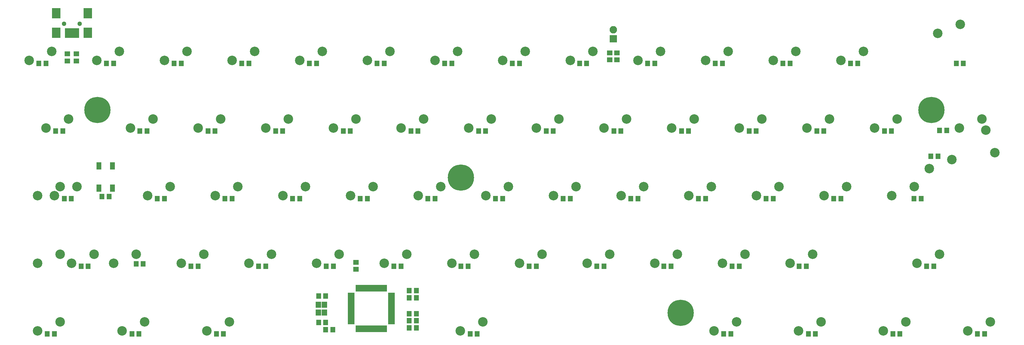
<source format=gbs>
G04 #@! TF.FileFunction,Soldermask,Bot*
%FSLAX46Y46*%
G04 Gerber Fmt 4.6, Leading zero omitted, Abs format (unit mm)*
G04 Created by KiCad (PCBNEW 4.0.5+dfsg1-4) date Mon Mar 26 17:59:26 2018*
%MOMM*%
%LPD*%
G01*
G04 APERTURE LIST*
%ADD10C,0.100000*%
%ADD11R,1.400000X1.650000*%
%ADD12C,2.686000*%
%ADD13R,0.950000X1.900000*%
%ADD14R,1.900000X0.950000*%
%ADD15R,0.900000X2.700000*%
%ADD16R,2.400000X2.900000*%
%ADD17C,1.300000*%
%ADD18R,1.400000X2.100000*%
%ADD19C,7.400000*%
%ADD20R,2.100000X2.100000*%
%ADD21O,2.100000X2.100000*%
%ADD22R,1.650000X1.400000*%
%ADD23R,1.600000X1.800000*%
G04 APERTURE END LIST*
D10*
D11*
X290321875Y-115490625D03*
X288321875Y-115490625D03*
D12*
X59372500Y-114617500D03*
X65722500Y-112077500D03*
D11*
X67675000Y-114862500D03*
X65675000Y-114862500D03*
D12*
X78422500Y-114617500D03*
X84772500Y-112077500D03*
D11*
X83153125Y-115490625D03*
X81153125Y-115490625D03*
D12*
X97472500Y-114617500D03*
X103822500Y-112077500D03*
D11*
X102203125Y-115490625D03*
X100203125Y-115490625D03*
D12*
X40322500Y-76517500D03*
X46672500Y-73977500D03*
X54610000Y-57467500D03*
X60960000Y-54927500D03*
X157003750Y-133667500D03*
X163353750Y-131127500D03*
D13*
X135906250Y-133096875D03*
X135106250Y-133096875D03*
X134306250Y-133096875D03*
X133506250Y-133096875D03*
X132706250Y-133096875D03*
X131906250Y-133096875D03*
X131106250Y-133096875D03*
X130306250Y-133096875D03*
X129506250Y-133096875D03*
X128706250Y-133096875D03*
X127906250Y-133096875D03*
D14*
X126206250Y-131396875D03*
X126206250Y-130596875D03*
X126206250Y-129796875D03*
X126206250Y-128996875D03*
X126206250Y-128196875D03*
X126206250Y-127396875D03*
X126206250Y-126596875D03*
X126206250Y-125796875D03*
X126206250Y-124996875D03*
X126206250Y-124196875D03*
X126206250Y-123396875D03*
D13*
X127906250Y-121696875D03*
X128706250Y-121696875D03*
X129506250Y-121696875D03*
X130306250Y-121696875D03*
X131106250Y-121696875D03*
X131906250Y-121696875D03*
X132706250Y-121696875D03*
X133506250Y-121696875D03*
X134306250Y-121696875D03*
X135106250Y-121696875D03*
X135906250Y-121696875D03*
D14*
X137606250Y-123396875D03*
X137606250Y-124196875D03*
X137606250Y-124996875D03*
X137606250Y-125796875D03*
X137606250Y-126596875D03*
X137606250Y-127396875D03*
X137606250Y-128196875D03*
X137606250Y-128996875D03*
X137606250Y-129796875D03*
X137606250Y-130596875D03*
X137606250Y-131396875D03*
D12*
X85566250Y-133667500D03*
X91916250Y-131127500D03*
X168910000Y-57467500D03*
X175260000Y-54927500D03*
X73660000Y-57467500D03*
X80010000Y-54927500D03*
X35560000Y-57467500D03*
X41910000Y-54927500D03*
X226060000Y-57467500D03*
X232410000Y-54927500D03*
X245110000Y-57467500D03*
X251460000Y-54927500D03*
X264160000Y-57467500D03*
X270510000Y-54927500D03*
X297815000Y-47307500D03*
X291465000Y-49847500D03*
X235585000Y-76517500D03*
X241935000Y-73977500D03*
X254635000Y-76517500D03*
X260985000Y-73977500D03*
X273685000Y-76517500D03*
X280035000Y-73977500D03*
X297497500Y-76517500D03*
X303847500Y-73977500D03*
X240347500Y-95567500D03*
X246697500Y-93027500D03*
X259397500Y-95567500D03*
X265747500Y-93027500D03*
X92710000Y-57467500D03*
X99060000Y-54927500D03*
X230822500Y-114617500D03*
X237172500Y-112077500D03*
X111760000Y-57467500D03*
X118110000Y-54927500D03*
X130810000Y-57467500D03*
X137160000Y-54927500D03*
X149860000Y-57467500D03*
X156210000Y-54927500D03*
X187960000Y-57467500D03*
X194310000Y-54927500D03*
X207010000Y-57467500D03*
X213360000Y-54927500D03*
X64135000Y-76517500D03*
X70485000Y-73977500D03*
X83185000Y-76517500D03*
X89535000Y-73977500D03*
X102235000Y-76517500D03*
X108585000Y-73977500D03*
X121285000Y-76517500D03*
X127635000Y-73977500D03*
X140335000Y-76517500D03*
X146685000Y-73977500D03*
X159385000Y-76517500D03*
X165735000Y-73977500D03*
X178435000Y-76517500D03*
X184785000Y-73977500D03*
X197485000Y-76517500D03*
X203835000Y-73977500D03*
X216535000Y-76517500D03*
X222885000Y-73977500D03*
X42703750Y-95567500D03*
X49053750Y-93027500D03*
X68897500Y-95567500D03*
X75247500Y-93027500D03*
X87947500Y-95567500D03*
X94297500Y-93027500D03*
X106997500Y-95567500D03*
X113347500Y-93027500D03*
X126047500Y-95567500D03*
X132397500Y-93027500D03*
X145097500Y-95567500D03*
X151447500Y-93027500D03*
X164147500Y-95567500D03*
X170497500Y-93027500D03*
X183197500Y-95567500D03*
X189547500Y-93027500D03*
X202247500Y-95567500D03*
X208597500Y-93027500D03*
X221297500Y-95567500D03*
X227647500Y-93027500D03*
X116522500Y-114617500D03*
X122872500Y-112077500D03*
X135572500Y-114617500D03*
X141922500Y-112077500D03*
X154622500Y-114617500D03*
X160972500Y-112077500D03*
X173672500Y-114617500D03*
X180022500Y-112077500D03*
X192722500Y-114617500D03*
X199072500Y-112077500D03*
X211772500Y-114617500D03*
X218122500Y-112077500D03*
X37941250Y-133667500D03*
X44291250Y-131127500D03*
X61753750Y-133667500D03*
X68103750Y-131127500D03*
D15*
X46025000Y-49800000D03*
X46825000Y-49800000D03*
X47625000Y-49800000D03*
X48425000Y-49800000D03*
X49225000Y-49800000D03*
D16*
X43175000Y-49700000D03*
X43175000Y-44200000D03*
X52075000Y-49700000D03*
X52075000Y-44200000D03*
D17*
X45425000Y-47200000D03*
X49825000Y-47200000D03*
D18*
X55175000Y-87212500D03*
X55175000Y-93512500D03*
X58975000Y-87212500D03*
X58975000Y-93512500D03*
D19*
X54768750Y-71437500D03*
X157162500Y-90487500D03*
X289622500Y-71437500D03*
X219075000Y-128587500D03*
D12*
X276066250Y-133667500D03*
X282416250Y-131127500D03*
X299878750Y-133667500D03*
X306228750Y-131127500D03*
X47466250Y-114617500D03*
X53816250Y-112077500D03*
X228441250Y-133667500D03*
X234791250Y-131127500D03*
X252253750Y-133667500D03*
X258603750Y-131127500D03*
D20*
X200075000Y-51402500D03*
D21*
X200075000Y-48862500D03*
D11*
X117075000Y-123862500D03*
X119075000Y-123862500D03*
X117075000Y-131362500D03*
X119075000Y-131362500D03*
X142575000Y-124362500D03*
X144575000Y-124362500D03*
X142575000Y-128862500D03*
X144575000Y-128862500D03*
D22*
X127575000Y-116362500D03*
X127575000Y-114362500D03*
D11*
X121075000Y-133362500D03*
X119075000Y-133362500D03*
X142575000Y-130862500D03*
X144575000Y-130862500D03*
X142575000Y-132862500D03*
X144575000Y-132862500D03*
D22*
X201075000Y-55362500D03*
X201075000Y-57362500D03*
D23*
X117021875Y-128496875D03*
X117021875Y-126296875D03*
X118721875Y-126296875D03*
X118721875Y-128496875D03*
D22*
X48869600Y-55631840D03*
X48869600Y-57631840D03*
X46296580Y-57631840D03*
X46296580Y-55631840D03*
D11*
X56075000Y-95862500D03*
X58075000Y-95862500D03*
X142575000Y-122362500D03*
X144575000Y-122362500D03*
D22*
X199075000Y-57362500D03*
X199075000Y-55362500D03*
D11*
X40290625Y-58340625D03*
X38290625Y-58340625D03*
X230790625Y-58340625D03*
X228790625Y-58340625D03*
X249840625Y-58340625D03*
X247840625Y-58340625D03*
X268890625Y-58340625D03*
X266890625Y-58340625D03*
X298656250Y-58340625D03*
X296656250Y-58340625D03*
X59340625Y-58340625D03*
X57340625Y-58340625D03*
X240315625Y-77390625D03*
X238315625Y-77390625D03*
X259365625Y-77390625D03*
X257365625Y-77390625D03*
X278415625Y-77390625D03*
X276415625Y-77390625D03*
X291975000Y-77262500D03*
X293975000Y-77262500D03*
X78390625Y-58340625D03*
X76390625Y-58340625D03*
X245078125Y-96440625D03*
X243078125Y-96440625D03*
X264128125Y-96440625D03*
X262128125Y-96440625D03*
X286750000Y-96440625D03*
X284750000Y-96440625D03*
X97440625Y-58340625D03*
X95440625Y-58340625D03*
X235553125Y-115490625D03*
X233553125Y-115490625D03*
X254412500Y-115490625D03*
X252412500Y-115490625D03*
X116490625Y-58340625D03*
X114490625Y-58340625D03*
X280796875Y-134540625D03*
X278796875Y-134540625D03*
X304609375Y-134540625D03*
X302609375Y-134540625D03*
X135540625Y-58340625D03*
X133540625Y-58340625D03*
X154590625Y-58340625D03*
X152590625Y-58340625D03*
X173640625Y-58340625D03*
X171640625Y-58340625D03*
X192575000Y-58340625D03*
X190575000Y-58340625D03*
X211740625Y-58340625D03*
X209740625Y-58340625D03*
X45053125Y-77390625D03*
X43053125Y-77390625D03*
X68725000Y-77390625D03*
X66725000Y-77390625D03*
X87915625Y-77390625D03*
X85915625Y-77390625D03*
X106965625Y-77390625D03*
X104965625Y-77390625D03*
X126015625Y-77390625D03*
X124015625Y-77390625D03*
X145065625Y-77390625D03*
X143065625Y-77390625D03*
X164115625Y-77390625D03*
X162115625Y-77390625D03*
X183165625Y-77390625D03*
X181165625Y-77390625D03*
X202215625Y-77390625D03*
X200215625Y-77390625D03*
X221265625Y-77390625D03*
X219265625Y-77390625D03*
X47434375Y-96440625D03*
X45434375Y-96440625D03*
X73628125Y-96440625D03*
X71628125Y-96440625D03*
X92678125Y-96440625D03*
X90678125Y-96440625D03*
X111728125Y-96440625D03*
X109728125Y-96440625D03*
X130778125Y-96440625D03*
X128778125Y-96440625D03*
X149828125Y-96440625D03*
X147828125Y-96440625D03*
X168878125Y-96440625D03*
X166878125Y-96440625D03*
X187928125Y-96440625D03*
X185928125Y-96440625D03*
X206978125Y-96440625D03*
X204978125Y-96440625D03*
X226028125Y-96440625D03*
X224028125Y-96440625D03*
X52196875Y-115490625D03*
X50196875Y-115490625D03*
X121253125Y-115490625D03*
X119253125Y-115490625D03*
X140303125Y-115490625D03*
X138303125Y-115490625D03*
X159162500Y-115490625D03*
X157162500Y-115490625D03*
X178403125Y-115490625D03*
X176403125Y-115490625D03*
X197453125Y-115490625D03*
X195453125Y-115490625D03*
X216312500Y-115490625D03*
X214312500Y-115490625D03*
X42671875Y-134540625D03*
X40671875Y-134540625D03*
X66484375Y-134540625D03*
X64484375Y-134540625D03*
X90296875Y-134540625D03*
X88296875Y-134540625D03*
X161734375Y-134540625D03*
X159734375Y-134540625D03*
X233171875Y-134540625D03*
X231171875Y-134540625D03*
X256984375Y-134540625D03*
X254984375Y-134540625D03*
D12*
X37941250Y-95567500D03*
X44291250Y-93027500D03*
D11*
X289512500Y-84534375D03*
X291512500Y-84534375D03*
D12*
X278447500Y-95567500D03*
X284797500Y-93027500D03*
X307498750Y-83502500D03*
X304958750Y-77152500D03*
X295433750Y-85407500D03*
X289083750Y-87947500D03*
X285591250Y-114617500D03*
X291941250Y-112077500D03*
X37941250Y-114617500D03*
X44291250Y-112077500D03*
X249872500Y-114617500D03*
X256222500Y-112077500D03*
M02*

</source>
